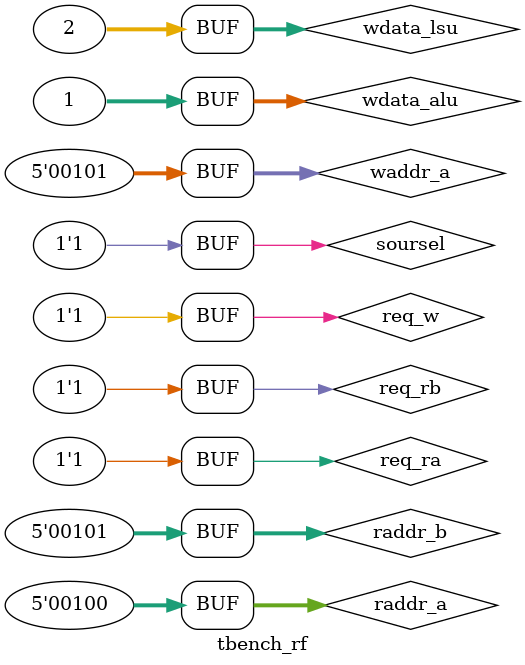
<source format=sv>


module tbench_rf;

	logic req_ra, req_rb, req_w, rst, soursel;

	logic [4:0] raddr_a, raddr_b, waddr_a;
	logic [31:0] rdata_a, rdata_b, wdata_alu, wdata_lsu;
	

	register_file regis(
		.req_ra_i(req_ra),
		.req_rb_i(req_rb),
		.req_w_i(req_w),
		.rst_ni(rst),

		.raddr_a_i(raddr_a),
		.rdata_a_o(rdata_a),

		.raddr_b_i(raddr_b),
		.rdata_b_o(rdata_b),

		.waddr_a_i(waddr_a),
		.wdata_alu_i(wdata_alu),
		.wdata_lsu_i(wdata_lsu),
		.soursel_i(soursel)	
	);

	initial begin
		req_ra = 0; req_rb = 0;
		#5 req_w = 0;
		waddr_a = 5'b00100;
		wdata_alu = 32'b00000000000000000000000000000001;
		wdata_lsu = 32'b00000000000000000000000000000010;
		soursel = 0;
		#5 req_w = 1;

		#5 req_w = 0;
		waddr_a = 5'b00101;
		wdata_alu = 32'b00000000000000000000000000000001;
		wdata_lsu = 32'b00000000000000000000000000000010;
		soursel = 1;
		#5 req_w = 1;


		#5 raddr_a = 5'b00100; raddr_b = 5'b00101;
		#5 req_ra = 1; req_rb = 1;
	end
	

endmodule

</source>
